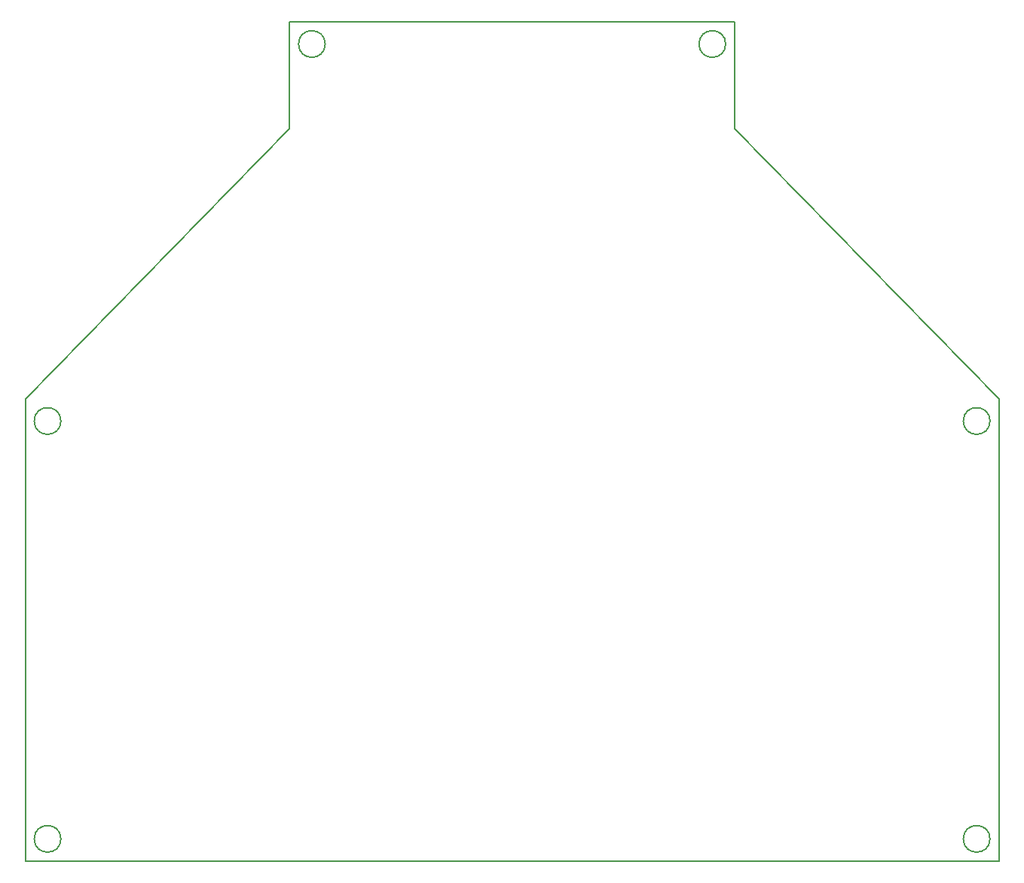
<source format=gbr>
G04 #@! TF.GenerationSoftware,KiCad,Pcbnew,(5.0.0)*
G04 #@! TF.CreationDate,2018-12-20T18:14:16+09:00*
G04 #@! TF.ProjectId,lancer_mainbord_v1,6C616E6365725F6D61696E626F72645F,rev?*
G04 #@! TF.SameCoordinates,Original*
G04 #@! TF.FileFunction,Profile,NP*
%FSLAX46Y46*%
G04 Gerber Fmt 4.6, Leading zero omitted, Abs format (unit mm)*
G04 Created by KiCad (PCBNEW (5.0.0)) date 12/20/18 18:14:16*
%MOMM*%
%LPD*%
G01*
G04 APERTURE LIST*
%ADD10C,0.200000*%
G04 APERTURE END LIST*
D10*
X135300000Y-49100000D02*
G75*
G03X135300000Y-49100000I-1500000J0D01*
G01*
X105600000Y-91500000D02*
G75*
G03X105600000Y-91500000I-1500000J0D01*
G01*
X105600000Y-138500000D02*
G75*
G03X105600000Y-138500000I-1500000J0D01*
G01*
X210000000Y-138500000D02*
G75*
G03X210000000Y-138500000I-1500000J0D01*
G01*
X210000000Y-91500000D02*
G75*
G03X210000000Y-91500000I-1500000J0D01*
G01*
X180300000Y-49100000D02*
G75*
G03X180300000Y-49100000I-1500000J0D01*
G01*
X101600000Y-89000000D02*
X101600000Y-141000000D01*
X131300000Y-58600000D02*
X101600000Y-89000000D01*
X131300000Y-46600000D02*
X131300000Y-58600000D01*
X181300000Y-46600000D02*
X131300000Y-46600000D01*
X181300000Y-58600000D02*
X181300000Y-46600000D01*
X211000000Y-89000000D02*
X181300000Y-58600000D01*
X211000000Y-141000000D02*
X211000000Y-89000000D01*
X101600000Y-141000000D02*
X211000000Y-141000000D01*
M02*

</source>
